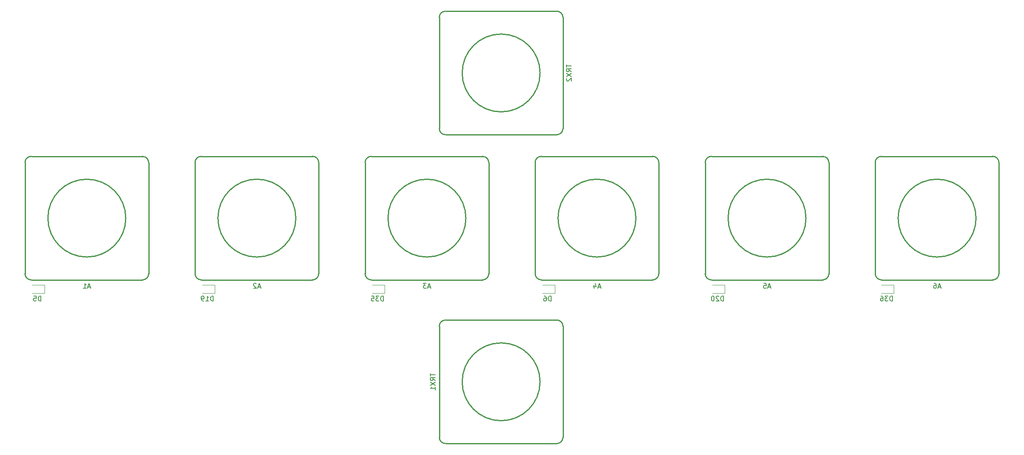
<source format=gbr>
G04 #@! TF.GenerationSoftware,KiCad,Pcbnew,5.1.5-52549c5~86~ubuntu18.04.1*
G04 #@! TF.CreationDate,2020-05-19T19:28:57+02:00*
G04 #@! TF.ProjectId,antenna_switch,616e7465-6e6e-4615-9f73-77697463682e,rev?*
G04 #@! TF.SameCoordinates,Original*
G04 #@! TF.FileFunction,Legend,Bot*
G04 #@! TF.FilePolarity,Positive*
%FSLAX46Y46*%
G04 Gerber Fmt 4.6, Leading zero omitted, Abs format (unit mm)*
G04 Created by KiCad (PCBNEW 5.1.5-52549c5~86~ubuntu18.04.1) date 2020-05-19 19:28:57*
%MOMM*%
%LPD*%
G04 APERTURE LIST*
%ADD10C,0.250000*%
%ADD11C,0.120000*%
%ADD12C,0.150000*%
G04 APERTURE END LIST*
D10*
X269620000Y-130810000D02*
G75*
G03X269620000Y-130810000I-8000000J0D01*
G01*
X250190000Y-143510000D02*
X273050000Y-143510000D01*
X274320000Y-142240000D02*
X274320000Y-119380000D01*
X273050000Y-118110000D02*
X250190000Y-118110000D01*
X248920000Y-119380000D02*
X248920000Y-142240000D01*
X248920000Y-142240000D02*
G75*
G03X250190000Y-143510000I1270000J0D01*
G01*
X273050000Y-143510000D02*
G75*
G03X274320000Y-142240000I0J1270000D01*
G01*
X250190000Y-118110000D02*
G75*
G03X248920000Y-119380000I0J-1270000D01*
G01*
X274320000Y-119380000D02*
G75*
G03X273050000Y-118110000I-1270000J0D01*
G01*
D11*
X113260000Y-144565000D02*
X110710000Y-144565000D01*
X113260000Y-146265000D02*
X110710000Y-146265000D01*
X113260000Y-144565000D02*
X113260000Y-146265000D01*
X218035000Y-144565000D02*
X215485000Y-144565000D01*
X218035000Y-146265000D02*
X215485000Y-146265000D01*
X218035000Y-144565000D02*
X218035000Y-146265000D01*
X148185000Y-144565000D02*
X148185000Y-146265000D01*
X148185000Y-146265000D02*
X145635000Y-146265000D01*
X148185000Y-144565000D02*
X145635000Y-144565000D01*
X252960000Y-144565000D02*
X250410000Y-144565000D01*
X252960000Y-146265000D02*
X250410000Y-146265000D01*
X252960000Y-144565000D02*
X252960000Y-146265000D01*
X183110000Y-144565000D02*
X183110000Y-146265000D01*
X183110000Y-146265000D02*
X180560000Y-146265000D01*
X183110000Y-144565000D02*
X180560000Y-144565000D01*
X287665000Y-144565000D02*
X287665000Y-146265000D01*
X287665000Y-146265000D02*
X285115000Y-146265000D01*
X287665000Y-144565000D02*
X285115000Y-144565000D01*
D10*
X218440000Y-177165000D02*
G75*
G03X219710000Y-175895000I0J1270000D01*
G01*
X219710000Y-153035000D02*
G75*
G03X218440000Y-151765000I-1270000J0D01*
G01*
X194310000Y-175895000D02*
G75*
G03X195580000Y-177165000I1270000J0D01*
G01*
X195580000Y-151765000D02*
G75*
G03X194310000Y-153035000I0J-1270000D01*
G01*
X218440000Y-151765000D02*
X195580000Y-151765000D01*
X219710000Y-175895000D02*
X219710000Y-153035000D01*
X195580000Y-177165000D02*
X218440000Y-177165000D01*
X194310000Y-153035000D02*
X194310000Y-175895000D01*
X215010000Y-164465000D02*
G75*
G03X215010000Y-164465000I-8000000J0D01*
G01*
X215010000Y-100965000D02*
G75*
G03X215010000Y-100965000I-8000000J0D01*
G01*
X219710000Y-112395000D02*
X219710000Y-89535000D01*
X218440000Y-88265000D02*
X195580000Y-88265000D01*
X194310000Y-89535000D02*
X194310000Y-112395000D01*
X195580000Y-113665000D02*
X218440000Y-113665000D01*
X218440000Y-113665000D02*
G75*
G03X219710000Y-112395000I0J1270000D01*
G01*
X219710000Y-89535000D02*
G75*
G03X218440000Y-88265000I-1270000J0D01*
G01*
X194310000Y-112395000D02*
G75*
G03X195580000Y-113665000I1270000J0D01*
G01*
X195580000Y-88265000D02*
G75*
G03X194310000Y-89535000I0J-1270000D01*
G01*
X134620000Y-119380000D02*
G75*
G03X133350000Y-118110000I-1270000J0D01*
G01*
X110490000Y-118110000D02*
G75*
G03X109220000Y-119380000I0J-1270000D01*
G01*
X133350000Y-143510000D02*
G75*
G03X134620000Y-142240000I0J1270000D01*
G01*
X109220000Y-142240000D02*
G75*
G03X110490000Y-143510000I1270000J0D01*
G01*
X109220000Y-119380000D02*
X109220000Y-142240000D01*
X133350000Y-118110000D02*
X110490000Y-118110000D01*
X134620000Y-142240000D02*
X134620000Y-119380000D01*
X110490000Y-143510000D02*
X133350000Y-143510000D01*
X129920000Y-130810000D02*
G75*
G03X129920000Y-130810000I-8000000J0D01*
G01*
X169545000Y-119380000D02*
G75*
G03X168275000Y-118110000I-1270000J0D01*
G01*
X145415000Y-118110000D02*
G75*
G03X144145000Y-119380000I0J-1270000D01*
G01*
X168275000Y-143510000D02*
G75*
G03X169545000Y-142240000I0J1270000D01*
G01*
X144145000Y-142240000D02*
G75*
G03X145415000Y-143510000I1270000J0D01*
G01*
X144145000Y-119380000D02*
X144145000Y-142240000D01*
X168275000Y-118110000D02*
X145415000Y-118110000D01*
X169545000Y-142240000D02*
X169545000Y-119380000D01*
X145415000Y-143510000D02*
X168275000Y-143510000D01*
X164845000Y-130810000D02*
G75*
G03X164845000Y-130810000I-8000000J0D01*
G01*
X199770000Y-130810000D02*
G75*
G03X199770000Y-130810000I-8000000J0D01*
G01*
X180340000Y-143510000D02*
X203200000Y-143510000D01*
X204470000Y-142240000D02*
X204470000Y-119380000D01*
X203200000Y-118110000D02*
X180340000Y-118110000D01*
X179070000Y-119380000D02*
X179070000Y-142240000D01*
X179070000Y-142240000D02*
G75*
G03X180340000Y-143510000I1270000J0D01*
G01*
X203200000Y-143510000D02*
G75*
G03X204470000Y-142240000I0J1270000D01*
G01*
X180340000Y-118110000D02*
G75*
G03X179070000Y-119380000I0J-1270000D01*
G01*
X204470000Y-119380000D02*
G75*
G03X203200000Y-118110000I-1270000J0D01*
G01*
X239395000Y-119380000D02*
G75*
G03X238125000Y-118110000I-1270000J0D01*
G01*
X215265000Y-118110000D02*
G75*
G03X213995000Y-119380000I0J-1270000D01*
G01*
X238125000Y-143510000D02*
G75*
G03X239395000Y-142240000I0J1270000D01*
G01*
X213995000Y-142240000D02*
G75*
G03X215265000Y-143510000I1270000J0D01*
G01*
X213995000Y-119380000D02*
X213995000Y-142240000D01*
X238125000Y-118110000D02*
X215265000Y-118110000D01*
X239395000Y-142240000D02*
X239395000Y-119380000D01*
X215265000Y-143510000D02*
X238125000Y-143510000D01*
X234695000Y-130810000D02*
G75*
G03X234695000Y-130810000I-8000000J0D01*
G01*
X304545000Y-130810000D02*
G75*
G03X304545000Y-130810000I-8000000J0D01*
G01*
X285115000Y-143510000D02*
X307975000Y-143510000D01*
X309245000Y-142240000D02*
X309245000Y-119380000D01*
X307975000Y-118110000D02*
X285115000Y-118110000D01*
X283845000Y-119380000D02*
X283845000Y-142240000D01*
X283845000Y-142240000D02*
G75*
G03X285115000Y-143510000I1270000J0D01*
G01*
X307975000Y-143510000D02*
G75*
G03X309245000Y-142240000I0J1270000D01*
G01*
X285115000Y-118110000D02*
G75*
G03X283845000Y-119380000I0J-1270000D01*
G01*
X309245000Y-119380000D02*
G75*
G03X307975000Y-118110000I-1270000J0D01*
G01*
D12*
X262334285Y-144946666D02*
X261858095Y-144946666D01*
X262429523Y-145232380D02*
X262096190Y-144232380D01*
X261762857Y-145232380D01*
X260953333Y-144232380D02*
X261429523Y-144232380D01*
X261477142Y-144708571D01*
X261429523Y-144660952D01*
X261334285Y-144613333D01*
X261096190Y-144613333D01*
X261000952Y-144660952D01*
X260953333Y-144708571D01*
X260905714Y-144803809D01*
X260905714Y-145041904D01*
X260953333Y-145137142D01*
X261000952Y-145184761D01*
X261096190Y-145232380D01*
X261334285Y-145232380D01*
X261429523Y-145184761D01*
X261477142Y-145137142D01*
X112498095Y-147848580D02*
X112498095Y-146848580D01*
X112260000Y-146848580D01*
X112117142Y-146896200D01*
X112021904Y-146991438D01*
X111974285Y-147086676D01*
X111926666Y-147277152D01*
X111926666Y-147420009D01*
X111974285Y-147610485D01*
X112021904Y-147705723D01*
X112117142Y-147800961D01*
X112260000Y-147848580D01*
X112498095Y-147848580D01*
X111021904Y-146848580D02*
X111498095Y-146848580D01*
X111545714Y-147324771D01*
X111498095Y-147277152D01*
X111402857Y-147229533D01*
X111164761Y-147229533D01*
X111069523Y-147277152D01*
X111021904Y-147324771D01*
X110974285Y-147420009D01*
X110974285Y-147658104D01*
X111021904Y-147753342D01*
X111069523Y-147800961D01*
X111164761Y-147848580D01*
X111402857Y-147848580D01*
X111498095Y-147800961D01*
X111545714Y-147753342D01*
X217273095Y-147848580D02*
X217273095Y-146848580D01*
X217035000Y-146848580D01*
X216892142Y-146896200D01*
X216796904Y-146991438D01*
X216749285Y-147086676D01*
X216701666Y-147277152D01*
X216701666Y-147420009D01*
X216749285Y-147610485D01*
X216796904Y-147705723D01*
X216892142Y-147800961D01*
X217035000Y-147848580D01*
X217273095Y-147848580D01*
X215844523Y-146848580D02*
X216035000Y-146848580D01*
X216130238Y-146896200D01*
X216177857Y-146943819D01*
X216273095Y-147086676D01*
X216320714Y-147277152D01*
X216320714Y-147658104D01*
X216273095Y-147753342D01*
X216225476Y-147800961D01*
X216130238Y-147848580D01*
X215939761Y-147848580D01*
X215844523Y-147800961D01*
X215796904Y-147753342D01*
X215749285Y-147658104D01*
X215749285Y-147420009D01*
X215796904Y-147324771D01*
X215844523Y-147277152D01*
X215939761Y-147229533D01*
X216130238Y-147229533D01*
X216225476Y-147277152D01*
X216273095Y-147324771D01*
X216320714Y-147420009D01*
X147899285Y-147848580D02*
X147899285Y-146848580D01*
X147661190Y-146848580D01*
X147518333Y-146896200D01*
X147423095Y-146991438D01*
X147375476Y-147086676D01*
X147327857Y-147277152D01*
X147327857Y-147420009D01*
X147375476Y-147610485D01*
X147423095Y-147705723D01*
X147518333Y-147800961D01*
X147661190Y-147848580D01*
X147899285Y-147848580D01*
X146375476Y-147848580D02*
X146946904Y-147848580D01*
X146661190Y-147848580D02*
X146661190Y-146848580D01*
X146756428Y-146991438D01*
X146851666Y-147086676D01*
X146946904Y-147134295D01*
X145899285Y-147848580D02*
X145708809Y-147848580D01*
X145613571Y-147800961D01*
X145565952Y-147753342D01*
X145470714Y-147610485D01*
X145423095Y-147420009D01*
X145423095Y-147039057D01*
X145470714Y-146943819D01*
X145518333Y-146896200D01*
X145613571Y-146848580D01*
X145804047Y-146848580D01*
X145899285Y-146896200D01*
X145946904Y-146943819D01*
X145994523Y-147039057D01*
X145994523Y-147277152D01*
X145946904Y-147372390D01*
X145899285Y-147420009D01*
X145804047Y-147467628D01*
X145613571Y-147467628D01*
X145518333Y-147420009D01*
X145470714Y-147372390D01*
X145423095Y-147277152D01*
X252674285Y-147848580D02*
X252674285Y-146848580D01*
X252436190Y-146848580D01*
X252293333Y-146896200D01*
X252198095Y-146991438D01*
X252150476Y-147086676D01*
X252102857Y-147277152D01*
X252102857Y-147420009D01*
X252150476Y-147610485D01*
X252198095Y-147705723D01*
X252293333Y-147800961D01*
X252436190Y-147848580D01*
X252674285Y-147848580D01*
X251721904Y-146943819D02*
X251674285Y-146896200D01*
X251579047Y-146848580D01*
X251340952Y-146848580D01*
X251245714Y-146896200D01*
X251198095Y-146943819D01*
X251150476Y-147039057D01*
X251150476Y-147134295D01*
X251198095Y-147277152D01*
X251769523Y-147848580D01*
X251150476Y-147848580D01*
X250531428Y-146848580D02*
X250436190Y-146848580D01*
X250340952Y-146896200D01*
X250293333Y-146943819D01*
X250245714Y-147039057D01*
X250198095Y-147229533D01*
X250198095Y-147467628D01*
X250245714Y-147658104D01*
X250293333Y-147753342D01*
X250340952Y-147800961D01*
X250436190Y-147848580D01*
X250531428Y-147848580D01*
X250626666Y-147800961D01*
X250674285Y-147753342D01*
X250721904Y-147658104D01*
X250769523Y-147467628D01*
X250769523Y-147229533D01*
X250721904Y-147039057D01*
X250674285Y-146943819D01*
X250626666Y-146896200D01*
X250531428Y-146848580D01*
X182824285Y-147848580D02*
X182824285Y-146848580D01*
X182586190Y-146848580D01*
X182443333Y-146896200D01*
X182348095Y-146991438D01*
X182300476Y-147086676D01*
X182252857Y-147277152D01*
X182252857Y-147420009D01*
X182300476Y-147610485D01*
X182348095Y-147705723D01*
X182443333Y-147800961D01*
X182586190Y-147848580D01*
X182824285Y-147848580D01*
X181919523Y-146848580D02*
X181300476Y-146848580D01*
X181633809Y-147229533D01*
X181490952Y-147229533D01*
X181395714Y-147277152D01*
X181348095Y-147324771D01*
X181300476Y-147420009D01*
X181300476Y-147658104D01*
X181348095Y-147753342D01*
X181395714Y-147800961D01*
X181490952Y-147848580D01*
X181776666Y-147848580D01*
X181871904Y-147800961D01*
X181919523Y-147753342D01*
X180395714Y-146848580D02*
X180871904Y-146848580D01*
X180919523Y-147324771D01*
X180871904Y-147277152D01*
X180776666Y-147229533D01*
X180538571Y-147229533D01*
X180443333Y-147277152D01*
X180395714Y-147324771D01*
X180348095Y-147420009D01*
X180348095Y-147658104D01*
X180395714Y-147753342D01*
X180443333Y-147800961D01*
X180538571Y-147848580D01*
X180776666Y-147848580D01*
X180871904Y-147800961D01*
X180919523Y-147753342D01*
X287379285Y-147848580D02*
X287379285Y-146848580D01*
X287141190Y-146848580D01*
X286998333Y-146896200D01*
X286903095Y-146991438D01*
X286855476Y-147086676D01*
X286807857Y-147277152D01*
X286807857Y-147420009D01*
X286855476Y-147610485D01*
X286903095Y-147705723D01*
X286998333Y-147800961D01*
X287141190Y-147848580D01*
X287379285Y-147848580D01*
X286474523Y-146848580D02*
X285855476Y-146848580D01*
X286188809Y-147229533D01*
X286045952Y-147229533D01*
X285950714Y-147277152D01*
X285903095Y-147324771D01*
X285855476Y-147420009D01*
X285855476Y-147658104D01*
X285903095Y-147753342D01*
X285950714Y-147800961D01*
X286045952Y-147848580D01*
X286331666Y-147848580D01*
X286426904Y-147800961D01*
X286474523Y-147753342D01*
X284998333Y-146848580D02*
X285188809Y-146848580D01*
X285284047Y-146896200D01*
X285331666Y-146943819D01*
X285426904Y-147086676D01*
X285474523Y-147277152D01*
X285474523Y-147658104D01*
X285426904Y-147753342D01*
X285379285Y-147800961D01*
X285284047Y-147848580D01*
X285093571Y-147848580D01*
X284998333Y-147800961D01*
X284950714Y-147753342D01*
X284903095Y-147658104D01*
X284903095Y-147420009D01*
X284950714Y-147324771D01*
X284998333Y-147277152D01*
X285093571Y-147229533D01*
X285284047Y-147229533D01*
X285379285Y-147277152D01*
X285426904Y-147324771D01*
X285474523Y-147420009D01*
X192492380Y-162726904D02*
X192492380Y-163298333D01*
X193492380Y-163012619D02*
X192492380Y-163012619D01*
X193492380Y-164203095D02*
X193016190Y-163869761D01*
X193492380Y-163631666D02*
X192492380Y-163631666D01*
X192492380Y-164012619D01*
X192540000Y-164107857D01*
X192587619Y-164155476D01*
X192682857Y-164203095D01*
X192825714Y-164203095D01*
X192920952Y-164155476D01*
X192968571Y-164107857D01*
X193016190Y-164012619D01*
X193016190Y-163631666D01*
X192492380Y-164536428D02*
X193492380Y-165203095D01*
X192492380Y-165203095D02*
X193492380Y-164536428D01*
X193492380Y-166107857D02*
X193492380Y-165536428D01*
X193492380Y-165822142D02*
X192492380Y-165822142D01*
X192635238Y-165726904D01*
X192730476Y-165631666D01*
X192778095Y-165536428D01*
X220432380Y-99226904D02*
X220432380Y-99798333D01*
X221432380Y-99512619D02*
X220432380Y-99512619D01*
X221432380Y-100703095D02*
X220956190Y-100369761D01*
X221432380Y-100131666D02*
X220432380Y-100131666D01*
X220432380Y-100512619D01*
X220480000Y-100607857D01*
X220527619Y-100655476D01*
X220622857Y-100703095D01*
X220765714Y-100703095D01*
X220860952Y-100655476D01*
X220908571Y-100607857D01*
X220956190Y-100512619D01*
X220956190Y-100131666D01*
X220432380Y-101036428D02*
X221432380Y-101703095D01*
X220432380Y-101703095D02*
X221432380Y-101036428D01*
X220527619Y-102036428D02*
X220480000Y-102084047D01*
X220432380Y-102179285D01*
X220432380Y-102417380D01*
X220480000Y-102512619D01*
X220527619Y-102560238D01*
X220622857Y-102607857D01*
X220718095Y-102607857D01*
X220860952Y-102560238D01*
X221432380Y-101988809D01*
X221432380Y-102607857D01*
X122634285Y-144946666D02*
X122158095Y-144946666D01*
X122729523Y-145232380D02*
X122396190Y-144232380D01*
X122062857Y-145232380D01*
X121205714Y-145232380D02*
X121777142Y-145232380D01*
X121491428Y-145232380D02*
X121491428Y-144232380D01*
X121586666Y-144375238D01*
X121681904Y-144470476D01*
X121777142Y-144518095D01*
X157559285Y-144946666D02*
X157083095Y-144946666D01*
X157654523Y-145232380D02*
X157321190Y-144232380D01*
X156987857Y-145232380D01*
X156702142Y-144327619D02*
X156654523Y-144280000D01*
X156559285Y-144232380D01*
X156321190Y-144232380D01*
X156225952Y-144280000D01*
X156178333Y-144327619D01*
X156130714Y-144422857D01*
X156130714Y-144518095D01*
X156178333Y-144660952D01*
X156749761Y-145232380D01*
X156130714Y-145232380D01*
X192484285Y-144946666D02*
X192008095Y-144946666D01*
X192579523Y-145232380D02*
X192246190Y-144232380D01*
X191912857Y-145232380D01*
X191674761Y-144232380D02*
X191055714Y-144232380D01*
X191389047Y-144613333D01*
X191246190Y-144613333D01*
X191150952Y-144660952D01*
X191103333Y-144708571D01*
X191055714Y-144803809D01*
X191055714Y-145041904D01*
X191103333Y-145137142D01*
X191150952Y-145184761D01*
X191246190Y-145232380D01*
X191531904Y-145232380D01*
X191627142Y-145184761D01*
X191674761Y-145137142D01*
X227409285Y-144946666D02*
X226933095Y-144946666D01*
X227504523Y-145232380D02*
X227171190Y-144232380D01*
X226837857Y-145232380D01*
X226075952Y-144565714D02*
X226075952Y-145232380D01*
X226314047Y-144184761D02*
X226552142Y-144899047D01*
X225933095Y-144899047D01*
X297259285Y-144946666D02*
X296783095Y-144946666D01*
X297354523Y-145232380D02*
X297021190Y-144232380D01*
X296687857Y-145232380D01*
X295925952Y-144232380D02*
X296116428Y-144232380D01*
X296211666Y-144280000D01*
X296259285Y-144327619D01*
X296354523Y-144470476D01*
X296402142Y-144660952D01*
X296402142Y-145041904D01*
X296354523Y-145137142D01*
X296306904Y-145184761D01*
X296211666Y-145232380D01*
X296021190Y-145232380D01*
X295925952Y-145184761D01*
X295878333Y-145137142D01*
X295830714Y-145041904D01*
X295830714Y-144803809D01*
X295878333Y-144708571D01*
X295925952Y-144660952D01*
X296021190Y-144613333D01*
X296211666Y-144613333D01*
X296306904Y-144660952D01*
X296354523Y-144708571D01*
X296402142Y-144803809D01*
M02*

</source>
